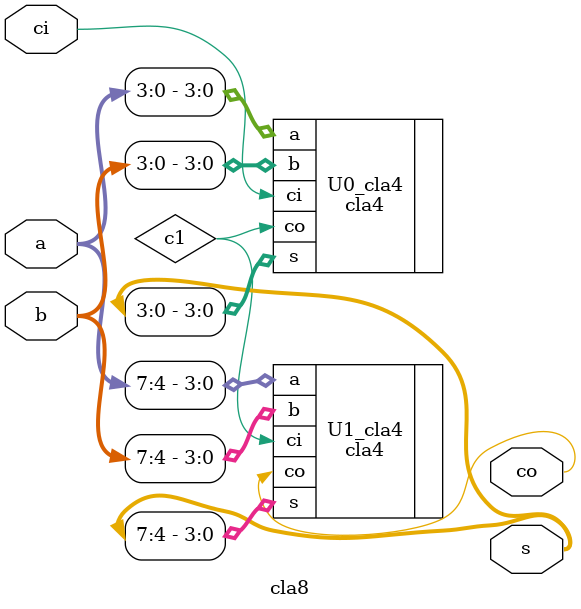
<source format=v>
module cla8(a, b, ci, s, co);
	input [7:0] a,b; 
	input ci;
	output [7:0] s;
	output co; 
	
	wire c1;
	
	// instances of 4bits cla4 to make 8bits cla8
	cla4 U0_cla4(.a(a[3:0]), .b(b[3:0]), .ci(ci), .s(s[3:0]), .co(c1));
	cla4 U1_cla4(.a(a[7:4]), .b(b[7:4]), .ci(c1), .s(s[7:4]), .co(co));
endmodule
</source>
